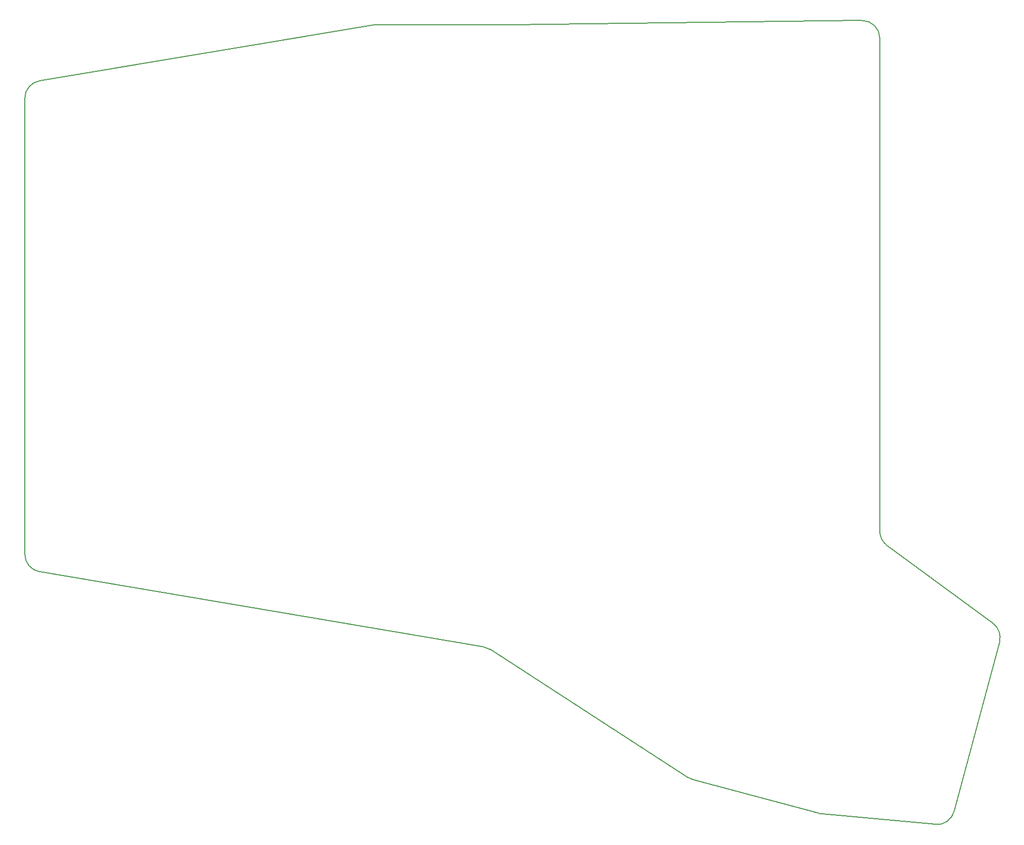
<source format=gm1>
%TF.GenerationSoftware,KiCad,Pcbnew,9.0.4*%
%TF.CreationDate,2025-11-27T19:30:42+01:00*%
%TF.ProjectId,lag_large,6c61675f-6c61-4726-9765-2e6b69636164,v1.0.0*%
%TF.SameCoordinates,Original*%
%TF.FileFunction,Profile,NP*%
%FSLAX46Y46*%
G04 Gerber Fmt 4.6, Leading zero omitted, Abs format (unit mm)*
G04 Created by KiCad (PCBNEW 9.0.4) date 2025-11-27 19:30:42*
%MOMM*%
%LPD*%
G01*
G04 APERTURE LIST*
%TA.AperFunction,Profile*%
%ADD10C,0.150000*%
%TD*%
G04 APERTURE END LIST*
D10*
X134171399Y-164834010D02*
X58229733Y-151954401D01*
X58238216Y-68055427D02*
X115493981Y-58514003D01*
X115493981Y-58514003D02*
G75*
G02*
X115987122Y-58473175I493219J-2958697D01*
G01*
X55731359Y-148996635D02*
X55731353Y-71014634D01*
X211367414Y-195166135D02*
X192005311Y-193385356D01*
X169089211Y-187139379D02*
X135299628Y-165273146D01*
X138807012Y-58472968D02*
X198807579Y-57747417D01*
X203063986Y-147429950D02*
X221186480Y-160786483D01*
X222304382Y-163977917D02*
X214539943Y-192955220D01*
X192005311Y-193385356D02*
G75*
G02*
X191503612Y-193295751I274289J2985056D01*
G01*
X221186480Y-160786483D02*
G75*
G02*
X222304366Y-163977913I-1779780J-2414917D01*
G01*
X115987122Y-58473182D02*
X138770727Y-58473200D01*
X214539943Y-192955220D02*
G75*
G02*
X211367410Y-195166178I-2897843J776520D01*
G01*
X134171399Y-164834010D02*
G75*
G02*
X135299623Y-165273154I-501699J-2957790D01*
G01*
X203063986Y-147429950D02*
G75*
G02*
X201843888Y-145014968I1780114J2415050D01*
G01*
X198807579Y-57747417D02*
G75*
G02*
X201843803Y-60747194I36321J-2999683D01*
G01*
X55731353Y-71014634D02*
G75*
G02*
X58238217Y-68055431I2999937J64D01*
G01*
X169942632Y-187518508D02*
G75*
G02*
X169089219Y-187139367I776468J2897808D01*
G01*
X138807012Y-58472968D02*
G75*
G02*
X138770727Y-58473200I-38412J3167468D01*
G01*
X201843859Y-60747194D02*
X201843864Y-145014968D01*
X58229733Y-151954401D02*
G75*
G02*
X55731357Y-148996635I501667J2957801D01*
G01*
X191503612Y-193295750D02*
X169942632Y-187518508D01*
M02*

</source>
